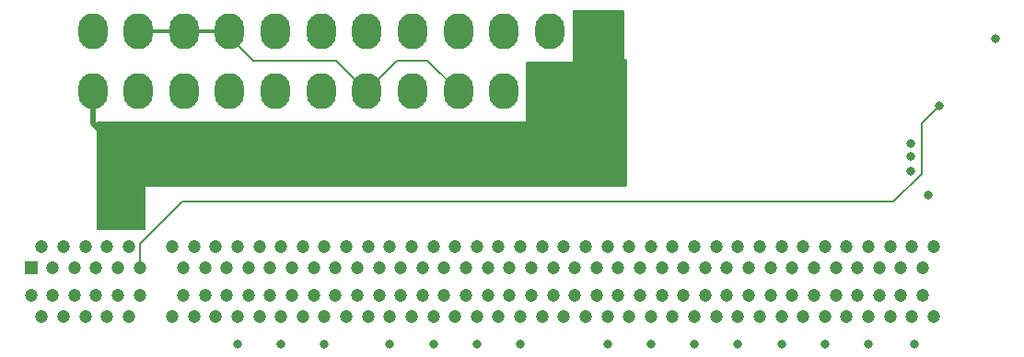
<source format=gbl>
G04 #@! TF.GenerationSoftware,KiCad,Pcbnew,7.0.10*
G04 #@! TF.CreationDate,2024-01-15T21:05:21-07:00*
G04 #@! TF.ProjectId,RPI 5 PCIE,52504920-3520-4504-9349-452e6b696361,rev?*
G04 #@! TF.SameCoordinates,Original*
G04 #@! TF.FileFunction,Copper,L4,Bot*
G04 #@! TF.FilePolarity,Positive*
%FSLAX46Y46*%
G04 Gerber Fmt 4.6, Leading zero omitted, Abs format (unit mm)*
G04 Created by KiCad (PCBNEW 7.0.10) date 2024-01-15 21:05:21*
%MOMM*%
%LPD*%
G01*
G04 APERTURE LIST*
G04 Aperture macros list*
%AMRoundRect*
0 Rectangle with rounded corners*
0 $1 Rounding radius*
0 $2 $3 $4 $5 $6 $7 $8 $9 X,Y pos of 4 corners*
0 Add a 4 corners polygon primitive as box body*
4,1,4,$2,$3,$4,$5,$6,$7,$8,$9,$2,$3,0*
0 Add four circle primitives for the rounded corners*
1,1,$1+$1,$2,$3*
1,1,$1+$1,$4,$5*
1,1,$1+$1,$6,$7*
1,1,$1+$1,$8,$9*
0 Add four rect primitives between the rounded corners*
20,1,$1+$1,$2,$3,$4,$5,0*
20,1,$1+$1,$4,$5,$6,$7,0*
20,1,$1+$1,$6,$7,$8,$9,0*
20,1,$1+$1,$8,$9,$2,$3,0*%
G04 Aperture macros list end*
G04 #@! TA.AperFunction,ComponentPad*
%ADD10O,2.700000X3.300000*%
G04 #@! TD*
G04 #@! TA.AperFunction,ComponentPad*
%ADD11RoundRect,0.250001X1.099999X1.399999X-1.099999X1.399999X-1.099999X-1.399999X1.099999X-1.399999X0*%
G04 #@! TD*
G04 #@! TA.AperFunction,ComponentPad*
%ADD12C,1.200000*%
G04 #@! TD*
G04 #@! TA.AperFunction,ComponentPad*
%ADD13R,1.200000X1.200000*%
G04 #@! TD*
G04 #@! TA.AperFunction,ViaPad*
%ADD14C,0.800000*%
G04 #@! TD*
G04 #@! TA.AperFunction,Conductor*
%ADD15C,0.200000*%
G04 #@! TD*
G04 #@! TA.AperFunction,Conductor*
%ADD16C,0.500000*%
G04 #@! TD*
G04 #@! TA.AperFunction,Conductor*
%ADD17C,0.300000*%
G04 #@! TD*
G04 APERTURE END LIST*
D10*
X109400000Y-92700000D03*
X113600000Y-92700000D03*
X117800000Y-92700000D03*
X122000000Y-92700000D03*
X126200000Y-92700000D03*
X130400000Y-92700000D03*
X134600000Y-92700000D03*
X138800000Y-92700000D03*
X143000000Y-92700000D03*
X147200000Y-92700000D03*
X151400000Y-92700000D03*
X155600000Y-92700000D03*
X109400000Y-98200000D03*
X113600000Y-98200000D03*
X117800000Y-98200000D03*
X122000000Y-98200000D03*
X126200000Y-98200000D03*
X130400000Y-98200000D03*
X134600000Y-98200000D03*
X138800000Y-98200000D03*
X143000000Y-98200000D03*
X147200000Y-98200000D03*
X151400000Y-98200000D03*
D11*
X155600000Y-98200000D03*
D12*
X186719365Y-119000000D03*
X185719365Y-117000000D03*
X184719365Y-119000000D03*
X183719365Y-117000000D03*
X182719365Y-119000000D03*
X181719365Y-117000000D03*
X180719365Y-119000000D03*
X179719365Y-117000000D03*
X178719365Y-119000000D03*
X177719365Y-117000000D03*
X176719365Y-119000000D03*
X175719365Y-117000000D03*
X174719365Y-119000000D03*
X173719365Y-117000000D03*
X172719365Y-119000000D03*
X171719365Y-117000000D03*
X170719365Y-119000000D03*
X169719365Y-117000000D03*
X168719365Y-119000000D03*
X167719365Y-117000000D03*
X166719365Y-119000000D03*
X165719365Y-117000000D03*
X164719365Y-119000000D03*
X163719365Y-117000000D03*
X162719365Y-119000000D03*
X161719365Y-117000000D03*
X160719365Y-119000000D03*
X159719365Y-117000000D03*
X158719365Y-119000000D03*
X157719365Y-117000000D03*
X156719365Y-119000000D03*
X155719365Y-117000000D03*
X154719365Y-119000000D03*
X153719365Y-117000000D03*
X152719365Y-119000000D03*
X151719365Y-117000000D03*
X150719365Y-119000000D03*
X149719365Y-117000000D03*
X148719365Y-119000000D03*
X147719365Y-117000000D03*
X146719365Y-119000000D03*
X145719365Y-117000000D03*
X144719365Y-119000000D03*
X143719365Y-117000000D03*
X142719365Y-119000000D03*
X141719365Y-117000000D03*
X140719365Y-119000000D03*
X139719365Y-117000000D03*
X138719365Y-119000000D03*
X137719365Y-117000000D03*
X136719365Y-119000000D03*
X135719365Y-117000000D03*
X134719365Y-119000000D03*
X133719365Y-117000000D03*
X132719365Y-119000000D03*
X131719365Y-117000000D03*
X130719365Y-119000000D03*
X129719365Y-117000000D03*
X128719365Y-119000000D03*
X127719365Y-117000000D03*
X126719365Y-119000000D03*
X125719365Y-117000000D03*
X124719365Y-119000000D03*
X123719365Y-117000000D03*
X122719365Y-119000000D03*
X121719365Y-117000000D03*
X120719365Y-119000000D03*
X119719365Y-117000000D03*
X118719365Y-119000000D03*
X117719365Y-117000000D03*
X116719365Y-119000000D03*
X113719365Y-117000000D03*
X112719365Y-119000000D03*
X111719365Y-117000000D03*
X110719365Y-119000000D03*
X109719365Y-117000000D03*
X108719365Y-119000000D03*
X107719365Y-117000000D03*
X106719365Y-119000000D03*
X105719365Y-117000000D03*
X104719365Y-119000000D03*
X103719365Y-117000000D03*
X186719365Y-112500000D03*
X185719365Y-114500000D03*
X184719365Y-112500000D03*
X183719365Y-114500000D03*
X182719365Y-112500000D03*
X181719365Y-114500000D03*
X180719365Y-112500000D03*
X179719365Y-114500000D03*
X178719365Y-112500000D03*
X177719365Y-114500000D03*
X176719365Y-112500000D03*
X175719365Y-114500000D03*
X174719365Y-112500000D03*
X173719365Y-114500000D03*
X172719365Y-112500000D03*
X171719365Y-114500000D03*
X170719365Y-112500000D03*
X169719365Y-114500000D03*
X168719365Y-112500000D03*
X167719365Y-114500000D03*
X166719365Y-112500000D03*
X165719365Y-114500000D03*
X164719365Y-112500000D03*
X163719365Y-114500000D03*
X162719365Y-112500000D03*
X161719365Y-114500000D03*
X160719365Y-112500000D03*
X159719365Y-114500000D03*
X158719365Y-112500000D03*
X157719365Y-114500000D03*
X156719365Y-112500000D03*
X155719365Y-114500000D03*
X154719365Y-112500000D03*
X153719365Y-114500000D03*
X152719365Y-112500000D03*
X151719365Y-114500000D03*
X150719365Y-112500000D03*
X149719365Y-114500000D03*
X148719365Y-112500000D03*
X147719365Y-114500000D03*
X146719365Y-112500000D03*
X145719365Y-114500000D03*
X144719365Y-112500000D03*
X143719365Y-114500000D03*
X142719365Y-112500000D03*
X141719365Y-114500000D03*
X140719365Y-112500000D03*
X139719365Y-114500000D03*
X138719365Y-112500000D03*
X137719365Y-114500000D03*
X136719365Y-112500000D03*
X135719365Y-114500000D03*
X134719365Y-112500000D03*
X133719365Y-114500000D03*
X132719365Y-112500000D03*
X131719365Y-114500000D03*
X130719365Y-112500000D03*
X129719365Y-114500000D03*
X128719365Y-112500000D03*
X127719365Y-114500000D03*
X126719365Y-112500000D03*
X125719365Y-114500000D03*
X124719365Y-112500000D03*
X123719365Y-114500000D03*
X122719365Y-112500000D03*
X121719365Y-114500000D03*
X120719365Y-112500000D03*
X119719365Y-114500000D03*
X118719365Y-112500000D03*
X117719365Y-114500000D03*
X116719365Y-112500000D03*
X113719365Y-114500000D03*
X112719365Y-112500000D03*
X111719365Y-114500000D03*
X110719365Y-112500000D03*
X109719365Y-114500000D03*
X108719365Y-112500000D03*
X107719365Y-114500000D03*
X106719365Y-112500000D03*
X105719365Y-114500000D03*
X104719365Y-112500000D03*
D13*
X103719365Y-114500000D03*
D14*
X186200000Y-107800000D03*
X184600000Y-105600000D03*
X184600000Y-104200000D03*
X184600000Y-103000000D03*
X192400000Y-93400000D03*
X187200000Y-99600000D03*
X113500000Y-109500000D03*
X112000000Y-109500000D03*
X110500000Y-109500000D03*
X113500000Y-108250000D03*
X112000000Y-108250000D03*
X110500000Y-108250000D03*
X176719365Y-121500000D03*
X172719365Y-121500000D03*
X126719365Y-121500000D03*
X156719365Y-121500000D03*
X168719365Y-121500000D03*
X184969365Y-121500000D03*
X140719365Y-121500000D03*
X164719365Y-121500000D03*
X144719365Y-121500000D03*
X180719365Y-121500000D03*
X136719365Y-121500000D03*
X122719365Y-121500000D03*
X130719365Y-121500000D03*
X148719365Y-121500000D03*
X160719365Y-121500000D03*
D15*
X140200000Y-95400000D02*
X143000000Y-98200000D01*
X137400000Y-95400000D02*
X140200000Y-95400000D01*
X134600000Y-98200000D02*
X137400000Y-95400000D01*
X124200000Y-95400000D02*
X131800000Y-95400000D01*
X122000000Y-93200000D02*
X124200000Y-95400000D01*
X131800000Y-95400000D02*
X134600000Y-98200000D01*
X122000000Y-92700000D02*
X122000000Y-93200000D01*
X113719365Y-112280635D02*
X113719365Y-114500000D01*
X117600000Y-108400000D02*
X113719365Y-112280635D01*
X183000000Y-108400000D02*
X117600000Y-108400000D01*
X185600000Y-105800000D02*
X183000000Y-108400000D01*
X185600000Y-101200000D02*
X185600000Y-105800000D01*
X187200000Y-99600000D02*
X185600000Y-101200000D01*
D16*
X109400000Y-101150000D02*
X111000000Y-102750000D01*
X109400000Y-98250000D02*
X109400000Y-101150000D01*
D17*
X117800000Y-92750000D02*
X113600000Y-92750000D01*
X117800000Y-92750000D02*
X122000000Y-92750000D01*
G04 #@! TA.AperFunction,Conductor*
G36*
X158193039Y-90769685D02*
G01*
X158238794Y-90822489D01*
X158250000Y-90874000D01*
X158250000Y-95250000D01*
X158376000Y-95250000D01*
X158443039Y-95269685D01*
X158488794Y-95322489D01*
X158500000Y-95374000D01*
X158500000Y-101000000D01*
X149250000Y-101000000D01*
X149250000Y-95624000D01*
X149269685Y-95556961D01*
X149322489Y-95511206D01*
X149374000Y-95500000D01*
X153500000Y-95500000D01*
X153500000Y-90874000D01*
X153519685Y-90806961D01*
X153572489Y-90761206D01*
X153624000Y-90750000D01*
X158126000Y-90750000D01*
X158193039Y-90769685D01*
G37*
G04 #@! TD.AperFunction*
G04 #@! TA.AperFunction,Conductor*
G36*
X158500000Y-106876000D02*
G01*
X158480315Y-106943039D01*
X158427511Y-106988794D01*
X158376000Y-107000000D01*
X114250000Y-107000000D01*
X114250000Y-110849401D01*
X114230315Y-110916440D01*
X114213683Y-110937081D01*
X114187085Y-110963680D01*
X114125762Y-110997166D01*
X114099402Y-111000000D01*
X109874000Y-111000000D01*
X109806961Y-110980315D01*
X109761206Y-110927511D01*
X109750000Y-110876000D01*
X109750000Y-101124000D01*
X109769685Y-101056961D01*
X109822489Y-101011206D01*
X109874000Y-101000000D01*
X149250000Y-101000000D01*
X158500000Y-101000000D01*
X158500000Y-106876000D01*
G37*
G04 #@! TD.AperFunction*
M02*

</source>
